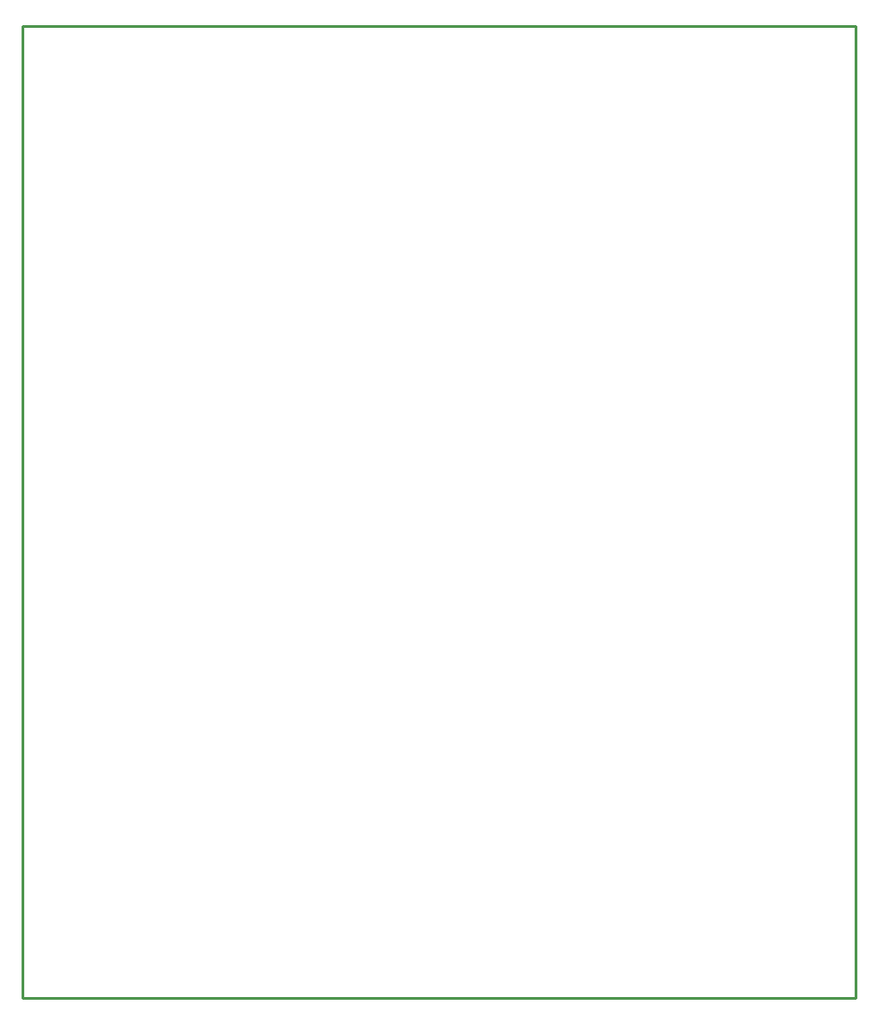
<source format=gko>
G04 Layer: BoardOutline*
G04 EasyEDA v6.2.46, 2019-12-30T00:29:30+05:30*
G04 ef53065936be4c9b9f598b0f68a09c93,6145028fc9404f35aebdec50a9af1db0,10*
G04 Gerber Generator version 0.2*
G04 Scale: 100 percent, Rotated: No, Reflected: No *
G04 Dimensions in millimeters *
G04 leading zeros omitted , absolute positions ,3 integer and 3 decimal *
%FSLAX33Y33*%
%MOMM*%
G90*
G71D02*

%ADD10C,0.254000*%
G54D10*
G01X1198Y0D02*
G01X78597Y0D01*
G01X78597Y91668D01*
G01X0Y91668D01*
G01X0Y10D01*
G01X1168Y10D01*

%LPD*%
M00*
M02*

</source>
